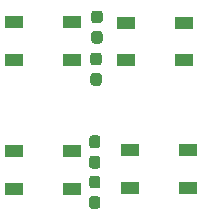
<source format=gbr>
%TF.GenerationSoftware,KiCad,Pcbnew,(5.1.10)-1*%
%TF.CreationDate,2021-06-06T01:41:03+08:00*%
%TF.ProjectId,WS2812B1,57533238-3132-4423-912e-6b696361645f,rev?*%
%TF.SameCoordinates,Original*%
%TF.FileFunction,Soldermask,Top*%
%TF.FilePolarity,Negative*%
%FSLAX46Y46*%
G04 Gerber Fmt 4.6, Leading zero omitted, Abs format (unit mm)*
G04 Created by KiCad (PCBNEW (5.1.10)-1) date 2021-06-06 01:41:03*
%MOMM*%
%LPD*%
G01*
G04 APERTURE LIST*
%ADD10R,1.500000X1.000000*%
G04 APERTURE END LIST*
D10*
%TO.C,D4*%
X68930000Y-89020000D03*
X68930000Y-92220000D03*
X73830000Y-89020000D03*
X73830000Y-92220000D03*
%TD*%
%TO.C,D3*%
X73520000Y-81450000D03*
X73520000Y-78250000D03*
X68620000Y-81450000D03*
X68620000Y-78250000D03*
%TD*%
%TO.C,D2*%
X63990000Y-81420000D03*
X63990000Y-78220000D03*
X59090000Y-81420000D03*
X59090000Y-78220000D03*
%TD*%
%TO.C,D1*%
X59130000Y-89140000D03*
X59130000Y-92340000D03*
X64030000Y-89140000D03*
X64030000Y-92340000D03*
%TD*%
%TO.C,C4*%
G36*
G01*
X65722500Y-92935000D02*
X66197500Y-92935000D01*
G75*
G02*
X66435000Y-93172500I0J-237500D01*
G01*
X66435000Y-93772500D01*
G75*
G02*
X66197500Y-94010000I-237500J0D01*
G01*
X65722500Y-94010000D01*
G75*
G02*
X65485000Y-93772500I0J237500D01*
G01*
X65485000Y-93172500D01*
G75*
G02*
X65722500Y-92935000I237500J0D01*
G01*
G37*
G36*
G01*
X65722500Y-91210000D02*
X66197500Y-91210000D01*
G75*
G02*
X66435000Y-91447500I0J-237500D01*
G01*
X66435000Y-92047500D01*
G75*
G02*
X66197500Y-92285000I-237500J0D01*
G01*
X65722500Y-92285000D01*
G75*
G02*
X65485000Y-92047500I0J237500D01*
G01*
X65485000Y-91447500D01*
G75*
G02*
X65722500Y-91210000I237500J0D01*
G01*
G37*
%TD*%
%TO.C,C3*%
G36*
G01*
X66197500Y-88875000D02*
X65722500Y-88875000D01*
G75*
G02*
X65485000Y-88637500I0J237500D01*
G01*
X65485000Y-88037500D01*
G75*
G02*
X65722500Y-87800000I237500J0D01*
G01*
X66197500Y-87800000D01*
G75*
G02*
X66435000Y-88037500I0J-237500D01*
G01*
X66435000Y-88637500D01*
G75*
G02*
X66197500Y-88875000I-237500J0D01*
G01*
G37*
G36*
G01*
X66197500Y-90600000D02*
X65722500Y-90600000D01*
G75*
G02*
X65485000Y-90362500I0J237500D01*
G01*
X65485000Y-89762500D01*
G75*
G02*
X65722500Y-89525000I237500J0D01*
G01*
X66197500Y-89525000D01*
G75*
G02*
X66435000Y-89762500I0J-237500D01*
G01*
X66435000Y-90362500D01*
G75*
G02*
X66197500Y-90600000I-237500J0D01*
G01*
G37*
%TD*%
%TO.C,C2*%
G36*
G01*
X66307500Y-81865000D02*
X65832500Y-81865000D01*
G75*
G02*
X65595000Y-81627500I0J237500D01*
G01*
X65595000Y-81027500D01*
G75*
G02*
X65832500Y-80790000I237500J0D01*
G01*
X66307500Y-80790000D01*
G75*
G02*
X66545000Y-81027500I0J-237500D01*
G01*
X66545000Y-81627500D01*
G75*
G02*
X66307500Y-81865000I-237500J0D01*
G01*
G37*
G36*
G01*
X66307500Y-83590000D02*
X65832500Y-83590000D01*
G75*
G02*
X65595000Y-83352500I0J237500D01*
G01*
X65595000Y-82752500D01*
G75*
G02*
X65832500Y-82515000I237500J0D01*
G01*
X66307500Y-82515000D01*
G75*
G02*
X66545000Y-82752500I0J-237500D01*
G01*
X66545000Y-83352500D01*
G75*
G02*
X66307500Y-83590000I-237500J0D01*
G01*
G37*
%TD*%
%TO.C,C1*%
G36*
G01*
X66377500Y-78295000D02*
X65902500Y-78295000D01*
G75*
G02*
X65665000Y-78057500I0J237500D01*
G01*
X65665000Y-77457500D01*
G75*
G02*
X65902500Y-77220000I237500J0D01*
G01*
X66377500Y-77220000D01*
G75*
G02*
X66615000Y-77457500I0J-237500D01*
G01*
X66615000Y-78057500D01*
G75*
G02*
X66377500Y-78295000I-237500J0D01*
G01*
G37*
G36*
G01*
X66377500Y-80020000D02*
X65902500Y-80020000D01*
G75*
G02*
X65665000Y-79782500I0J237500D01*
G01*
X65665000Y-79182500D01*
G75*
G02*
X65902500Y-78945000I237500J0D01*
G01*
X66377500Y-78945000D01*
G75*
G02*
X66615000Y-79182500I0J-237500D01*
G01*
X66615000Y-79782500D01*
G75*
G02*
X66377500Y-80020000I-237500J0D01*
G01*
G37*
%TD*%
M02*

</source>
